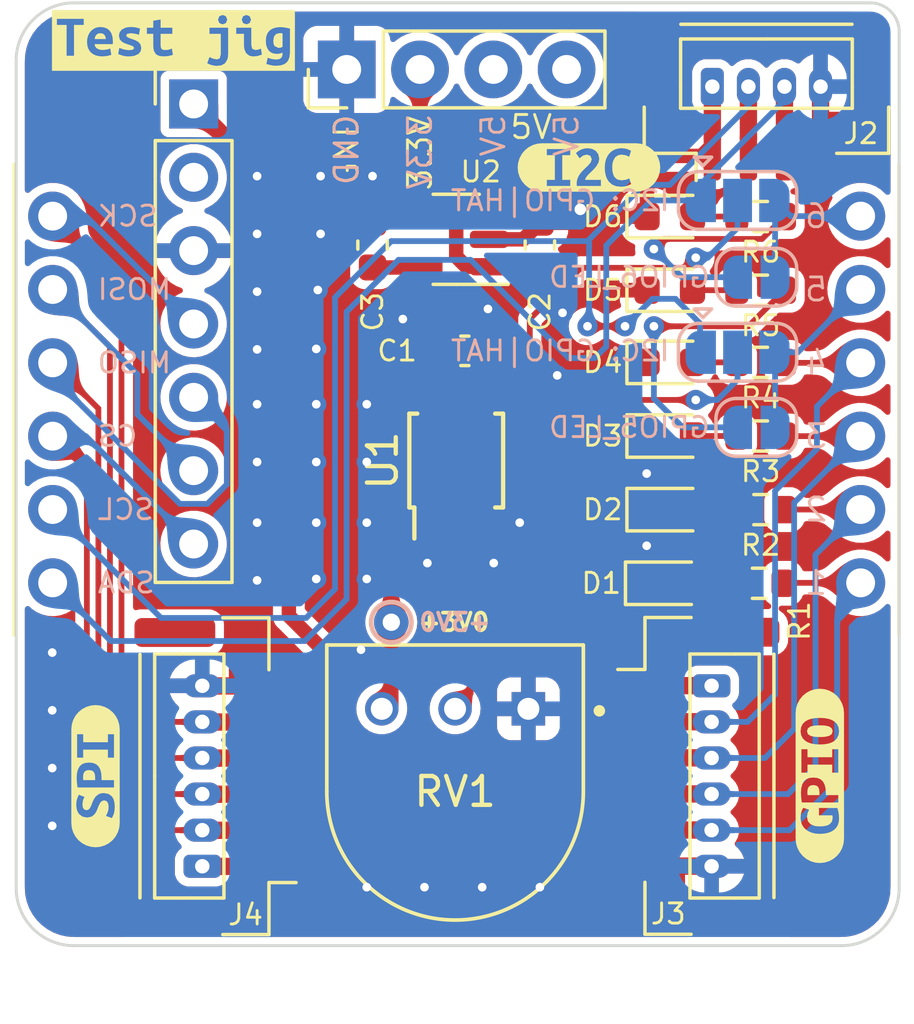
<source format=kicad_pcb>
(kicad_pcb (version 20211014) (generator pcbnew)
  (layers (0 "F.Cu" signal) (31 "B.Cu" signal) (34 "B.Paste" user) (35 "F.Paste" user) (36 "B.SilkS" user "B.Silkscreen") (37 "F.SilkS" user "F.Silkscreen") (38 "B.Mask" user) (39 "F.Mask" user) (44 "Edge.Cuts" user))
  (net 0 "")
  (net 1 "+3.3V")
  (net 2 "/AIN0")
  (net 3 "GND")
  (net 4 "/GPIO1")
  (net 5 "/LED1_A")
  (net 6 "/GPIO2")
  (net 7 "/LED2_A")
  (net 8 "/GPIO3")
  (net 9 "/LED3_A")
  (net 10 "/GPIO4")
  (net 11 "/LED4_A")
  (net 12 "/GPIO_SCL")
  (net 13 "/LED5_A")
  (net 14 "/GPIO_SDA")
  (net 15 "/LED6_A")
  (net 19 "/ADS_SDA")
  (net 20 "/ADS_SCL")
  (net 21 "/HAT_SDA")
  (net 22 "/GPIO6")
  (net 23 "/HAT_SCL")
  (net 24 "/GPIO5")
  (net 26 "SCK")
  (net 27 "MISO")
  (net 28 "MOSI")
  (net 29 "CS")
  (net 32 "+3V0")
  (footprint "Resistor_SMD:R_0603_1608Metric" (layer "F.Cu") (at 165.25 79 180)
    (fp_text reference "R6")
    (fp_text value "768R")
  )
  (footprint "Resistor_SMD:R_0603_1608Metric" (layer "F.Cu") (at 165.2 91.7 180)
    (fp_text reference "R1")
    (fp_text value "768R")
  )
  (footprint "kibuzzard-6366ECB1" (layer "F.Cu") (at 144.9 72.9)
    (fp_text reference "kibuzzard-6366ECB1" hide)
    (fp_text value "G***" hide)
  )
  (footprint "Resistor_SMD:R_0603_1608Metric" (layer "F.Cu") (at 165.25 84.05 180)
    (fp_text reference "R4")
    (fp_text value "768R")
  )
  (footprint "LED_SMD:LED_0603_1608Metric" (layer "F.Cu") (at 162.1 89.15)
    (fp_text reference "D2")
    (fp_text value "YELLOW")
  )
  (footprint "Resistor_SMD:R_0603_1608Metric" (layer "F.Cu") (at 165.25 81.55 180)
    (fp_text reference "R5")
    (fp_text value "768R")
  )
  (footprint "LED_SMD:LED_0603_1608Metric" (layer "F.Cu") (at 162.1 79)
    (fp_text reference "D6")
    (fp_text value "YELLOW")
  )
  (footprint "0_connectors:PicoBlade_JST-GH-1x06_1.25mm_Vertical" (layer "F.Cu") (at 164.9 98.37 -90)
    (fp_text reference "J3")
    (fp_text value "JST_Picoblade_GPIO")
  )
  (footprint "Resistor_SMD:R_0603_1608Metric" (layer "F.Cu") (at 165.25 86.6 180)
    (fp_text reference "R3")
    (fp_text value "768R")
  )
  (footprint "Capacitor_SMD:C_0603_1608Metric" (layer "F.Cu") (at 157.6 79.988236 90)
    (fp_text reference "C2")
    (fp_text value "1uF")
  )
  (footprint "Capacitor_SMD:C_0603_1608Metric" (layer "F.Cu") (at 155 83.65)
    (fp_text reference "C1")
    (fp_text value "0.1uF")
  )
  (footprint "Package_TO_SOT_SMD:SOT-23-5" (layer "F.Cu") (at 154.7 79.788235 180)
    (fp_text reference "U2")
    (fp_text value "TPS7A2030PDBVR")
  )
  (footprint "0_connectors:Hat_connector" (layer "F.Cu") (at 154.715 82.795)
    (fp_text reference "J5" hide)
    (fp_text value "Hat_connector")
  )
  (footprint "LED_SMD:LED_0603_1608Metric" (layer "F.Cu") (at 162.1 84.05)
    (fp_text reference "D4")
    (fp_text value "YELLOW")
  )
  (footprint "LED_SMD:LED_0603_1608Metric" (layer "F.Cu") (at 162.05 91.7)
    (fp_text reference "D1")
    (fp_text value "YELLOW")
  )
  (footprint "Connector_PinHeader_2.54mm:PinHeader_1x07_P2.54mm_Vertical" (layer "F.Cu") (at 145.6 75.1)
    (fp_text reference "J1" hide)
    (fp_text value "Conn_01x07")
  )
  (footprint "kibuzzard-6366EC37" (layer "F.Cu") (at 159.3 77.3)
    (fp_text reference "kibuzzard-6366EC37" hide)
    (fp_text value "G***" hide)
  )
  (footprint "0_connectors:PicoBlade-JST-GH-1x04_1.25mm_Vertical" (layer "F.Cu") (at 163.575 74.5)
    (fp_text reference "J2")
    (fp_text value "JST_Picoblade_I2C")
  )
  (footprint "LED_SMD:LED_0603_1608Metric" (layer "F.Cu") (at 162.1 81.55)
    (fp_text reference "D5")
    (fp_text value "YELLOW")
  )
  (footprint "LED_SMD:LED_0603_1608Metric" (layer "F.Cu") (at 162.1 86.6)
    (fp_text reference "D3")
    (fp_text value "YELLOW")
  )
  (footprint "Capacitor_SMD:C_0603_1608Metric" (layer "F.Cu") (at 151.8 79.988236 90)
    (fp_text reference "C3")
    (fp_text value "1uF")
  )
  (footprint "Package_SO:TSSOP-10_3x3mm_P0.5mm" (layer "F.Cu") (at 154.7 87.45 90)
    (fp_text reference "U1")
    (fp_text value "ADS1113IDGS")
  )
  (footprint "fp:TRIM_3352T-1-201LF" (layer "F.Cu") (at 154.66 98.9175 180)
    (fp_text reference "RV1")
    (fp_text value "3352T-1-201LF")
  )
  (footprint "Resistor_SMD:R_0603_1608Metric" (layer "F.Cu") (at 165.25 89.15 180)
    (fp_text reference "R2")
    (fp_text value "768R")
  )
  (footprint "kibuzzard-6366EC6B" (layer "F.Cu") (at 142.2 98.38 90)
    (fp_text reference "kibuzzard-6366EC6B" hide)
    (fp_text value "G***" hide)
  )
  (footprint "kibuzzard-6366EC83" (layer "F.Cu") (at 167.3 98.37 90)
    (fp_text reference "kibuzzard-6366EC83" hide)
    (fp_text value "G***" hide)
  )
  (footprint "0_connectors:PicoBlade_JST-GH-1x06_1.25mm_Vertical" (layer "F.Cu") (at 144.55 98.38 90)
    (fp_text reference "J4")
    (fp_text value "JST_Picoblade_SPI")
  )
  (footprint "0_various:TestPoint" (layer "F.Cu") (at 152.45 93.05)
    (fp_text reference "TP1" hide)
    (fp_text value "+3V0" hide)
  )
  (footprint "Jumper:SolderJumper-2_P1.3mm_Open_RoundedPad1.0x1.5mm" (layer "B.Cu") (at 165.1 81.1)
    (fp_text reference "JP4" hide)
    (fp_text value "JP_SDA2")
  )
  (footprint "Jumper:SolderJumper-2_P1.3mm_Open_RoundedPad1.0x1.5mm" (layer "B.Cu") (at 165.100001 86.3)
    (fp_text reference "JP3" hide)
    (fp_text value "JP_SCL2")
  )
  (footprint "Jumper:SolderJumper-3_P1.3mm_Open_RoundedPad1.0x1.5mm" (layer "B.Cu") (at 164.450001 78.4425)
    (fp_text reference "JP1" hide)
    (fp_text value "JP_SDA")
  )
  (footprint "Jumper:SolderJumper-3_P1.3mm_Open_RoundedPad1.0x1.5mm" (layer "B.Cu") (at 164.450001 83.7)
    (fp_text reference "JP2" hide)
    (fp_text value "JP_SCL")
  )
  (gr_line (start 139.45 102.25) (end 139.45 73.6) (layer "Edge.Cuts") (width 0.1))
  (gr_line (start 141.45 71.6) (end 169.05 71.6) (layer "Edge.Cuts") (width 0.1))
  (gr_arc (start 139.45 73.6) (mid 140.035787 72.185786) (end 141.45 71.6) (layer "Edge.Cuts") (width 0.1))
  (gr_line (start 170.05 72.6) (end 170.05 102.25) (layer "Edge.Cuts") (width 0.1))
  (gr_arc (start 169.05 71.6) (mid 169.757107 71.892893) (end 170.05 72.6) (layer "Edge.Cuts") (width 0.1))
  (gr_line (start 168.05 104.25) (end 141.45 104.25) (layer "Edge.Cuts") (width 0.1))
  (gr_arc (start 170.05 102.25) (mid 169.464213 103.664214) (end 168.05 104.25) (layer "Edge.Cuts") (width 0.1))
  (gr_arc (start 141.45 104.25) (mid 140.035787 103.664213) (end 139.45 102.25) (layer "Edge.Cuts") (width 0.1))
  (gr_text "GPIO5_LED" (at 163.55 86.3) (layer "B.SilkS") (effects (font (size 0.7 0.7) (thickness 0.1)) (justify left mirror)))
  (gr_text "I2C: GPIO|HAT" (at 162.15 83.65) (layer "B.SilkS") (effects (font (size 0.7 0.7) (thickness 0.1)) (justify left mirror)))
  (gr_text "I2C: GPIO|HAT" (at 162.15 78.45) (layer "B.SilkS") (effects (font (size 0.7 0.7) (thickness 0.1)) (justify left mirror)))
  (gr_text "GPIO6_LED" (at 163.55 81.1) (layer "B.SilkS") (effects (font (size 0.7 0.7) (thickness 0.1)) (justify left mirror)))
  (segment (start 148.9 92.8275) (end 148.9 77) (width 0.5) (layer "F.Cu") (net 1))
  (segment (start 150.925 100.725) (end 150.475 100.725) (width 0.5) (layer "F.Cu") (net 1))
  (segment (start 155.8625 80.763236) (end 155.8375 80.738236) (width 0.5) (layer "F.Cu") (net 1))
  (segment (start 152.564213 76.2) (end 153.057107 75.707107) (width 0.5) (layer "F.Cu") (net 1))
  (segment (start 149.1 76.2) (end 148.5 76.2) (width 0.5) (layer "F.Cu") (net 1))
  (segment (start 155.8375 78.838236) (end 155.073528 78.838236) (width 0.5) (layer "F.Cu") (net 1))
  (segment (start 148.5 76.2) (end 146.7 76.2) (width 0.5) (layer "F.Cu") (net 1))
  (segment (start 146.7 76.2) (end 145.6 75.1) (width 0.5) (layer "F.Cu") (net 1))
  (segment (start 150.145 94.0725) (end 150.145 100.395) (width 0.5) (layer "F.Cu") (net 1))
  (segment (start 163.2 76.9) (end 163.6 76.5) (width 0.5) (layer "F.Cu") (net 1))
  (segment (start 153.057107 75.707107) (end 153.445 75.319213) (width 0.5) (layer "F.Cu") (net 1))
  (segment (start 152.12 99.53) (end 150.925 100.725) (width 0.5) (layer "F.Cu") (net 1))
  (segment (start 153.445 75.319213) (end 153.445 73.905) (width 0.5) (layer "F.Cu") (net 1))
  (segment (start 153.687894 75.562106) (end 155.025787 76.9) (width 0.5) (layer "F.Cu") (net 1))
  (segment (start 157.52 99.53) (end 158.9 98.15) (width 0.5) (layer "F.Cu") (net 1))
  (segment (start 148.9 77) (end 148.9 76.6) (width 0.5) (layer "F.Cu") (net 1))
  (segment (start 155.073528 78.838236) (end 154.7 79.211764) (width 0.5) (layer "F.Cu") (net 1))
  (segment (start 148.9 92.8275) (end 150.145 94.0725) (width 0.5) (layer "F.Cu") (net 1))
  (segment (start 154.7 79.211764) (end 154.699999 80.388236) (width 0.5) (layer "F.Cu") (net 1))
  (segment (start 149.3 76.2) (end 149.1 76.2) (width 0.5) (layer "F.Cu") (net 1))
  (segment (start 148.9 76.6) (end 149.3 76.2) (width 0.5) (layer "F.Cu") (net 1))
  (segment (start 155.05 80.738236) (end 155.8375 80.738236) (width 0.5) (layer "F.Cu") (net 1))
  (segment (start 157.6 80.763236) (end 155.8625 80.763236) (width 0.5) (layer "F.Cu") (net 1))
  (segment (start 163.2 76.9) (end 163.6 77.3) (width 0.5) (layer "F.Cu") (net 1))
  (segment (start 150.475 100.725) (end 150.145 100.395) (width 0.5) (layer "F.Cu") (net 1))
  (segment (start 158.9 96) (end 159.655 95.245) (width 0.5) (layer "F.Cu") (net 1))
  (segment (start 152.57 99.53) (end 152.47 99.53) (width 0.5) (layer "F.Cu") (net 1))
  (segment (start 152.2 76.2) (end 149.3 76.2) (width 0.5) (layer "F.Cu") (net 1))
  (segment (start 152.12 99.53) (end 152.57 99.53) (width 0.5) (layer "F.Cu") (net 1))
  (segment (start 153.202108 75.562106) (end 153.687894 75.562106) (width 0.5) (layer "F.Cu") (net 1))
  (segment (start 163.2 76.9) (end 163.575 76.9) (width 0.5) (layer "F.Cu") (net 1))
  (segment (start 156.2 76.9) (end 163.2 76.9) (width 0.5) (layer "F.Cu") (net 1))
  (segment (start 155.025787 76.9) (end 156.2 76.9) (width 0.5) (layer "F.Cu") (net 1))
  (segment (start 154.699999 80.388236) (end 155.05 80.738236) (width 0.5) (layer "F.Cu") (net 1))
  (segment (start 155.8375 77.2625) (end 156.2 76.9) (width 0.5) (layer "F.Cu") (net 1))
  (segment (start 150.145 101.505) (end 149.655 101.505) (width 0.5) (layer "F.Cu") (net 1))
  (segment (start 148.9 77) (end 148.9 76.4) (width 0.5) (layer "F.Cu") (net 1))
  (segment (start 153.057107 75.707107) (end 153.202108 75.562106) (width 0.5) (layer "F.Cu") (net 1))
  (segment (start 150.145 100.395) (end 150.145 101.155) (width 0.5) (layer "F.Cu") (net 1))
  (segment (start 148.9 76.4) (end 149.1 76.2) (width 0.5) (layer "F.Cu") (net 1))
  (segment (start 149.655 101.505) (end 149.795 101.505) (width 0.5) (layer "F.Cu") (net 1))
  (segment (start 148.9 76.6) (end 148.5 76.2) (width 0.5) (layer "F.Cu") (net 1))
  (segment (start 158.9 98.15) (end 158.9 96) (width 0.5) (layer "F.Cu") (net 1))
  (segment (start 155.8375 77.711713) (end 155.025787 76.9) (width 0.5) (layer "F.Cu") (net 1))
  (segment (start 150.145 101.155) (end 150.145 101.505) (width 0.5) (layer "F.Cu") (net 1))
  (segment (start 152.57 99.53) (end 157.52 99.53) (width 0.5) (layer "F.Cu") (net 1))
  (segment (start 150.925 100.725) (end 150.145 101.505) (width 0.5) (layer "F.Cu") (net 1))
  (segment (start 155.8375 77.711713) (end 155.8375 77.2625) (width 0.5) (layer "F.Cu") (net 1))
  (segment (start 159.655 95.245) (end 161.15 95.245) (width 0.5) (layer "F.Cu") (net 1))
  (segment (start 153.445 75.319213) (end 153.687894 75.562106) (width 0.5) (layer "F.Cu") (net 1))
  (segment (start 152.564213 76.2) (end 152.2 76.2) (width 0.5) (layer "F.Cu") (net 1))
  (segment (start 149.795 101.505) (end 150.145 101.155) (width 0.5) (layer "F.Cu") (net 1))
  (segment (start 149.655 101.505) (end 148.3 101.505) (width 0.5) (layer "F.Cu") (net 1))
  (segment (start 155.8375 78.838235) (end 155.8375 77.711713) (width 0.5) (layer "F.Cu") (net 1))
  (segment (start 155.2 95.5075) (end 154.66 96.0475) (width 0.2) (layer "F.Cu") (net 2))
  (segment (start 155.2 89.6) (end 155.2 95.5075) (width 0.2) (layer "F.Cu") (net 2))
  (segment (start 154.4 88.6) (end 153.925 88.6) (width 0.2) (layer "F.Cu") (net 3))
  (segment (start 153.7 88.825) (end 153.7 89.6) (width 0.2) (layer "F.Cu") (net 3))
  (segment (start 155.475 88.6) (end 155.7 88.825) (width 0.2) (layer "F.Cu") (net 3))
  (segment (start 155.7 90.7) (end 156 91) (width 0.2) (layer "F.Cu") (net 3))
  (segment (start 153.925 88.6) (end 153.7 88.825) (width 0.2) (layer "F.Cu") (net 3))
  (segment (start 155.7 89.6) (end 155.7 90.7) (width 0.2) (layer "F.Cu") (net 3))
  (segment (start 155.8375 79.788235) (end 157.025001 79.788235) (width 0.5) (layer "F.Cu") (net 3))
  (segment (start 154.7 90.7) (end 154.7 89.6) (width 0.2) (layer "F.Cu") (net 3))
  (segment (start 154.4 91) (end 154.7 90.7) (width 0.2) (layer "F.Cu") (net 3))
  (segment (start 154.7 88.9) (end 154.4 88.6) (width 0.2) (layer "F.Cu") (net 3))
  (segment (start 154.7 89.6) (end 154.7 88.9) (width 0.2) (layer "F.Cu") (net 3))
  (segment (start 154.7 89.6) (end 154.7 88.8) (width 0.2) (layer "F.Cu") (net 3))
  (segment (start 153.7 91) (end 154.4 91) (width 0.2) (layer "F.Cu") (net 3))
  (segment (start 155.7 88.825) (end 155.7 89.6) (width 0.2) (layer "F.Cu") (net 3))
  (segment (start 157.025001 79.788235) (end 157.6 79.213236) (width 0.5) (layer "F.Cu") (net 3))
  (segment (start 154.9 88.6) (end 155.475 88.6) (width 0.2) (layer "F.Cu") (net 3))
  (segment (start 157.6 79.213236) (end 158.536764 79.213236) (width 0.5) (layer "F.Cu") (net 3))
  (segment (start 158.536764 79.213236) (end 159 78.75) (width 0.5) (layer "F.Cu") (net 3))
  (segment (start 154.7 88.8) (end 154.9 88.6) (width 0.2) (layer "F.Cu") (net 3))
  (segment (start 153.7 89.6) (end 153.7 91) (width 0.2) (layer "F.Cu") (net 3))
  (via (at 155.8 82.2) (size 0.7) (drill 0.3) (layers "F.Cu" "B.Cu") (net 3))
  (via (at 151.6 89.6) (size 0.7) (drill 0.3) (layers "F.Cu" "B.Cu") (net 3))
  (via (at 147.8 79.6) (size 0.7) (drill 0.3) (layers "F.Cu" "B.Cu") (net 3))
  (via (at 149.8505 85.5) (size 0.7) (drill 0.3) (layers "F.Cu" "B.Cu") (net 3))
  (via (at 151.6 91.55) (size 0.7) (drill 0.3) (layers "F.Cu" "B.Cu") (net 3))
  (via (at 140.7 94.1) (size 0.7) (drill 0.3) (layers "F.Cu" "B.Cu") (net 3))
  (via (at 147.8 81.6) (size 0.7) (drill 0.3) (layers "F.Cu" "B.Cu") (net 3))
  (via (at 147.8 89.6) (size 0.7) (drill 0.3) (layers "F.Cu" "B.Cu") (net 3))
  (via (at 150 77.6) (size 0.7) (drill 0.3) (layers "F.Cu" "B.Cu") (net 3))
  (via (at 151.8 77.6) (size 0.7) (drill 0.3) (layers "F.Cu" "B.Cu") (net 3))
  (via (at 140.7 98.1) (size 0.7) (drill 0.3) (layers "F.Cu" "B.Cu") (net 3))
  (via (at 149.8505 87.5) (size 0.7) (drill 0.3) (layers "F.Cu" "B.Cu") (net 3))
  (via (at 156.9 89.6) (size 0.7) (drill 0.3) (layers "F.Cu" "B.Cu") (net 3))
  (via (at 151.6 87.5) (size 0.7) (drill 0.3) (layers "F.Cu" "B.Cu") (net 3))
  (via (at 149.85 91.55) (size 0.7) (drill 0.3) (layers "F.Cu" "B.Cu") (net 3))
  (via (at 161.3 90.4) (size 0.7) (drill 0.3) (layers "F.Cu" "B.Cu") (net 3))
  (via (at 150 79.6) (size 0.7) (drill 0.3) (layers "F.Cu" "B.Cu") (net 3))
  (via (at 149.8505 83.583626) (size 0.7) (drill 0.3) (layers "F.Cu" "B.Cu") (net 3))
  (via (at 147.8 91.6) (size 0.7) (drill 0.3) (layers "F.Cu" "B.Cu") (net 3))
  (via (at 159 78.75) (size 0.8) (drill 0.4) (layers "F.Cu" "B.Cu") (net 3))
  (via (at 147.8 77.6) (size 0.7) (drill 0.3) (layers "F.Cu" "B.Cu") (net 3))
  (via (at 152.85 82.55) (size 0.7) (drill 0.3) (layers "F.Cu" "B.Cu") (net 3))
  (via (at 140.7 96.1) (size 0.7) (drill 0.3) (layers "F.Cu" "B.Cu") (net 3))
  (via (at 147.8 85.5) (size 0.7) (drill 0.3) (layers "F.Cu" "B.Cu") (net 3))
  (via (at 147.8 83.6) (size 0.7) (drill 0.3) (layers "F.Cu" "B.Cu") (net 3))
  (via (at 140.7 100.1) (size 0.7) (drill 0.3) (layers "F.Cu" "B.Cu") (net 3))
  (via (at 157.6 102.225) (size 0.7) (drill 0.3) (layers "F.Cu" "B.Cu") (net 3))
  (via (at 151.6 102.225) (size 0.7) (drill 0.3) (layers "F.Cu" "B.Cu") (net 3))
  (via (at 149.903462 81.543107) (size 0.7) (drill 0.3) (layers "F.Cu" "B.Cu") (net 3))
  (via (at 158.384266 82.334266) (size 0.7) (drill 0.3) (layers "F.Cu" "B.Cu") (net 3))
  (via (at 158.2 84.5) (size 0.7) (drill 0.3) (layers "F.Cu" "B.Cu") (net 3))
  (via (at 153.7 91) (size 0.7) (drill 0.3) (layers "F.Cu" "B.Cu") (net 3))
  (via (at 153.600001 102.225) (size 0.7) (drill 0.3) (layers "F.Cu" "B.Cu") (net 3))
  (via (at 155.6 102.225) (size 0.7) (drill 0.3) (layers "F.Cu" "B.Cu") (net 3))
  (via (at 151.6 85.5) (size 0.7) (drill 0.3) (layers "F.Cu" "B.Cu") (net 3))
  (via (at 151.4 94) (size 0.7) (drill 0.3) (layers "F.Cu" "B.Cu") (net 3))
  (via (at 149.8505 89.6) (size 0.7) (drill 0.3) (layers "F.Cu" "B.Cu") (net 3))
  (via (at 147.8 87.5) (size 0.7) (drill 0.3) (layers "F.Cu" "B.Cu") (net 3))
  (via (at 161.3 87.9) (size 0.7) (drill 0.3) (layers "F.Cu" "B.Cu") (net 3))
  (via (at 156 91) (size 0.7) (drill 0.3) (layers "F.Cu" "B.Cu") (net 3))
  (segment (start 168.715 91.685) (end 166.04 91.685) (width 0.2) (layer "F.Cu") (net 4))
  (segment (start 166.04 91.685) (end 166.025 91.7) (width 0.2) (layer "F.Cu") (net 4))
  (segment (start 167.9 98.6) (end 166.25 100.25) (width 0.2) (layer "B.Cu") (net 4))
  (segment (start 168.715 91.685) (end 168.715 92.185) (width 0.2) (layer "B.Cu") (net 4))
  (segment (start 168.715 92.185) (end 167.9 93) (width 0.2) (layer "B.Cu") (net 4))
  (segment (start 166.25 100.25) (end 163.55 100.25) (width 0.2) (layer "B.Cu") (net 4))
  (segment (start 167.9 93) (end 167.9 98.6) (width 0.2) (layer "B.Cu") (net 4))
  (segment (start 164.375 91.7) (end 162.8375 91.7) (width 0.2) (layer "F.Cu") (net 5))
  (segment (start 166.08 89.145) (end 166.075 89.15) (width 0.2) (layer "F.Cu") (net 6))
  (segment (start 168.715 89.145) (end 166.08 89.145) (width 0.2) (layer "F.Cu") (net 6))
  (segment (start 167.15 98.05) (end 167.15 90.71) (width 0.2) (layer "B.Cu") (net 6))
  (segment (start 166.2 99) (end 167.15 98.05) (width 0.2) (layer "B.Cu") (net 6))
  (segment (start 163.55 99) (end 166.2 99) (width 0.2) (layer "B.Cu") (net 6))
  (segment (start 167.15 90.71) (end 168.715 89.145) (width 0.2) (layer "B.Cu") (net 6))
  (segment (start 164.425 89.15) (end 162.8875 89.15) (width 0.2) (layer "F.Cu") (net 7))
  (segment (start 168.715 86.605) (end 166.08 86.605) (width 0.2) (layer "F.Cu") (net 8))
  (segment (start 166.08 86.605) (end 166.075 86.6) (width 0.2) (layer "F.Cu") (net 8))
  (segment (start 165.4 97.75) (end 166.41 96.74) (width 0.2) (layer "B.Cu") (net 8))
  (segment (start 163.55 97.75) (end 165.4 97.75) (width 0.2) (layer "B.Cu") (net 8))
  (segment (start 166.41 96.74) (end 166.41 88.91) (width 0.2) (layer "B.Cu") (net 8))
  (segment (start 166.41 88.91) (end 168.715 86.605) (width 0.2) (layer "B.Cu") (net 8))
  (segment (start 164.425 86.6) (end 162.8875 86.6) (width 0.2) (layer "F.Cu") (net 9))
  (segment (start 166.09 84.065) (end 166.075 84.05) (width 0.2) (layer "F.Cu") (net 10))
  (segment (start 168.715 84.065) (end 166.09 84.065) (width 0.2) (layer "F.Cu") (net 10))
  (segment (start 167.2 87.05) (end 167.2 85.58) (width 0.2) (layer "B.Cu") (net 10))
  (segment (start 167.2 85.58) (end 168.715 84.065) (width 0.2) (layer "B.Cu") (net 10))
  (segment (start 163.55 96.5) (end 164.8 96.5) (width 0.2) (layer "B.Cu") (net 10))
  (segment (start 164.8 96.5) (end 165.75 95.55) (width 0.2) (layer "B.Cu") (net 10))
  (segment (start 165.75 95.55) (end 165.75 88.5) (width 0.2) (layer "B.Cu") (net 10))
  (segment (start 165.75 88.5) (end 167.2 87.05) (width 0.2) (layer "B.Cu") (net 10))
  (segment (start 164.425 84.05) (end 162.8875 84.05) (width 0.2) (layer "F.Cu") (net 11))
  (segment (start 164.825 82.8) (end 166.075 81.55) (width 0.2) (layer "F.Cu") (net 12))
  (segment (start 161.55 82.8) (end 164.825 82.8) (width 0.2) (layer "F.Cu") (net 12))
  (via (at 161.55 82.8) (size 0.7) (drill 0.3) (layers "F.Cu" "B.Cu") (net 12))
  (segment (start 161.55 85.3) (end 161.55 82.8) (width 0.2) (layer "B.Cu") (net 12))
  (segment (start 162.05 85.8) (end 161.55 85.3) (width 0.2) (layer "B.Cu") (net 12))
  (segment (start 164.450001 86.3) (end 162.55 86.3) (width 0.2) (layer "B.Cu") (net 12))
  (segment (start 162.55 86.3) (end 162.05 85.8) (width 0.2) (layer "B.Cu") (net 12))
  (segment (start 164.425 81.55) (end 162.8875 81.55) (width 0.2) (layer "F.Cu") (net 13))
  (segment (start 161.9005 79.775) (end 161.55 80.1255) (width 0.2) (layer "F.Cu") (net 14))
  (segment (start 165.3 79.775) (end 161.9005 79.775) (width 0.2) (layer "F.Cu") (net 14))
  (segment (start 166.075 79) (end 165.3 79.775) (width 0.2) (layer "F.Cu") (net 14))
  (via (at 161.55 80.1255) (size 0.7) (drill 0.3) (layers "F.Cu" "B.Cu") (net 14))
  (segment (start 164.45 81.1) (end 162.5245 81.1) (width 0.2) (layer "B.Cu") (net 14))
  (segment (start 162.5245 81.1) (end 161.55 80.1255) (width 0.2) (layer "B.Cu") (net 14))
  (segment (start 164.425 79) (end 162.8875 79) (width 0.2) (layer "F.Cu") (net 15))
  (segment (start 154.725 86.6) (end 154.2 86.075) (width 0.2) (layer "F.Cu") (net 19))
  (segment (start 162.6495 80.775) (end 159.025 80.775) (width 0.2) (layer "F.Cu") (net 19))
  (segment (start 156.65 86.6) (end 154.725 86.6) (width 0.2) (layer "F.Cu") (net 19))
  (segment (start 163 80.4245) (end 162.6495 80.775) (width 0.2) (layer "F.Cu") (net 19))
  (segment (start 157.25 82.55) (end 159.025 80.775) (width 0.2) (layer "F.Cu") (net 19))
  (segment (start 157.25 86) (end 156.65 86.6) (width 0.2) (layer "F.Cu") (net 19))
  (segment (start 154.2 86.075) (end 154.2 85.3) (width 0.2) (layer "F.Cu") (net 19))
  (segment (start 157.25 82.55) (end 157.25 86) (width 0.2) (layer "F.Cu") (net 19))
  (via (at 163 80.4245) (size 0.7) (drill 0.3) (layers "F.Cu" "B.Cu") (net 19))
  (segment (start 164.450001 78.4425) (end 164.450001 79.3925) (width 0.2) (layer "B.Cu") (net 19))
  (segment (start 163.418001 80.4245) (end 163 80.4245) (width 0.2) (layer "B.Cu") (net 19))
  (segment (start 164.450001 79.3925) (end 163.418001 80.4245) (width 0.2) (layer "B.Cu") (net 19))
  (segment (start 156.85 87.2) (end 154.45 87.2) (width 0.2) (layer "F.Cu") (net 20))
  (segment (start 153.7 86.45) (end 153.7 85.3) (width 0.2) (layer "F.Cu") (net 20))
  (segment (start 158.7 85.35) (end 156.85 87.2) (width 0.2) (layer "F.Cu") (net 20))
  (segment (start 154.45 87.2) (end 153.7 86.45) (width 0.2) (layer "F.Cu") (net 20))
  (segment (start 163 85.35) (end 158.7 85.35) (width 0.2) (layer "F.Cu") (net 20))
  (via (at 163 85.35) (size 0.7) (drill 0.3) (layers "F.Cu" "B.Cu") (net 20))
  (segment (start 164.450001 83.7) (end 164.450001 84.65) (width 0.2) (layer "B.Cu") (net 20))
  (segment (start 164.450001 84.65) (end 163.750001 85.35) (width 0.2) (layer "B.Cu") (net 20))
  (segment (start 163.750001 85.35) (end 163 85.35) (width 0.2) (layer "B.Cu") (net 20))
  (segment (start 161.4575 78.4425) (end 159.8995 80.0005) (width 0.2) (layer "B.Cu") (net 21))
  (segment (start 159.8995 80.0005) (end 159.8995 83.5005) (width 0.2) (layer "B.Cu") (net 21))
  (segment (start 140.715 91.685) (end 142.73 93.7) (width 0.2) (layer "B.Cu") (net 21))
  (segment (start 163.150001 78.4425) (end 163.150001 77.899999) (width 0.2) (layer "B.Cu") (net 21))
  (segment (start 159.5 83.9) (end 158.6 83.9) (width 0.2) (layer "B.Cu") (net 21))
  (segment (start 159.8995 83.5005) (end 159.5 83.9) (width 0.2) (layer "B.Cu") (net 21))
  (segment (start 155.2 80.5) (end 152.7 80.5) (width 0.2) (layer "B.Cu") (net 21))
  (segment (start 163.150001 77.899999) (end 166.075 74.975) (width 0.2) (layer "B.Cu") (net 21))
  (segment (start 158.6 83.9) (end 155.2 80.5) (width 0.2) (layer "B.Cu") (net 21))
  (segment (start 149.45 93.7) (end 150.9 92.25) (width 0.2) (layer "B.Cu") (net 21))
  (segment (start 142.73 93.7) (end 149.45 93.7) (width 0.2) (layer "B.Cu") (net 21))
  (segment (start 150.9 82.3) (end 150.9 92.25) (width 0.2) (layer "B.Cu") (net 21))
  (segment (start 163.150001 78.4425) (end 161.4575 78.4425) (width 0.2) (layer "B.Cu") (net 21))
  (segment (start 166.075 74.975) (end 166.075 74.5) (width 0.2) (layer "B.Cu") (net 21))
  (segment (start 152.7 80.5) (end 150.9 82.3) (width 0.2) (layer "B.Cu") (net 21))
  (segment (start 166.292501 78.985) (end 165.750001 78.4425) (width 0.2) (layer "B.Cu") (net 22))
  (segment (start 168.715 78.985) (end 166.292501 78.985) (width 0.2) (layer "B.Cu") (net 22))
  (segment (start 165.75 81.1) (end 165.750001 78.4425) (width 0.2) (layer "B.Cu") (net 22))
  (segment (start 160.55 82.8) (end 159.25 82.8) (width 0.2) (layer "F.Cu") (net 23))
  (via (at 160.55 82.8) (size 0.7) (drill 0.3) (layers "F.Cu" "B.Cu") (net 23))
  (via (at 159.25 82.8) (size 0.7) (drill 0.3) (layers "F.Cu" "B.Cu") (net 23))
  (segment (start 140.715 89.145) (end 144.47 92.9) (width 0.2) (layer "B.Cu") (net 23))
  (segment (start 164.825 75.175) (end 162.1 77.9) (width 0.2) (layer "B.Cu") (net 23))
  (segment (start 152.45 79.85) (end 159.25 79.85) (width 0.2) (layer "B.Cu") (net 23))
  (segment (start 150.5 81.8) (end 152.45 79.85) (width 0.2) (layer "B.Cu") (net 23))
  (segment (start 164.825 74.5) (end 164.825 75.175) (width 0.2) (layer "B.Cu") (net 23))
  (segment (start 150.5 91.9) (end 150.5 81.8) (width 0.2) (layer "B.Cu") (net 23))
  (segment (start 163.150001 82.700001) (end 162.3 81.85) (width 0.2) (layer "B.Cu") (net 23))
  (segment (start 159.25 79.85) (end 159.304696 79.904696) (width 0.2) (layer "B.Cu") (net 23))
  (segment (start 144.47 92.9) (end 149.5 92.9) (width 0.2) (layer "B.Cu") (net 23))
  (segment (start 163.150001 83.7) (end 163.150001 82.700001) (width 0.2) (layer "B.Cu") (net 23))
  (segment (start 149.5 92.9) (end 150.5 91.9) (width 0.2) (layer "B.Cu") (net 23))
  (segment (start 161.2 77.9) (end 159.25 79.85) (width 0.2) (layer "B.Cu") (net 23))
  (segment (start 162.1 77.9) (end 161.2 77.9) (width 0.2) (layer "B.Cu") (net 23))
  (segment (start 159.304696 79.904696) (end 159.304696 82.745304) (width 0.2) (layer "B.Cu") (net 23))
  (segment (start 162.3 81.85) (end 161.5 81.85) (width 0.2) (layer "B.Cu") (net 23))
  (segment (start 159.304696 82.745304) (end 159.25 82.8) (width 0.2) (layer "B.Cu") (net 23))
  (segment (start 161.5 81.85) (end 160.55 82.8) (width 0.2) (layer "B.Cu") (net 23))
  (segment (start 166.54 83.7) (end 165.750001 83.7) (width 0.2) (layer "B.Cu") (net 24))
  (segment (start 165.750001 86.3) (end 165.750001 83.7) (width 0.2) (layer "B.Cu") (net 24))
  (segment (start 168.715 81.525) (end 166.54 83.7) (width 0.2) (layer "B.Cu") (net 24))
  (segment (start 144.2 96.5) (end 143.1 95.4) (width 0.2) (layer "F.Cu") (net 26))
  (segment (start 143.1 95.4) (end 143.1 82.45) (width 0.2) (layer "F.Cu") (net 26))
  (segment (start 145.9 96.5) (end 144.2 96.5) (width 0.2) (layer "F.Cu") (net 26))
  (segment (start 142.19 81.54) (end 142.19 80.46) (width 0.2) (layer "F.Cu") (net 26))
  (segment (start 143.1 82.45) (end 142.19 81.54) (width 0.2) (layer "F.Cu") (net 26))
  (segment (start 142.19 80.46) (end 140.715 78.985) (width 0.2) (layer "F.Cu") (net 26))
  (segment (start 141.865 78.985) (end 140.715 78.985) (width 0.2) (layer "B.Cu") (net 26))
  (segment (start 145.6 82.72) (end 141.865 78.985) (width 0.2) (layer "B.Cu") (net 26))
  (segment (start 142.3 98.05) (end 142.3 85.65) (width 0.2) (layer "F.Cu") (net 27))
  (segment (start 143.25 99) (end 145.9 99) (width 0.2) (layer "F.Cu") (net 27))
  (segment (start 142.3 85.65) (end 140.715 84.065) (width 0.2) (layer "F.Cu") (net 27))
  (segment (start 143.25 99) (end 142.3 98.05) (width 0.2) (layer "F.Cu") (net 27))
  (segment (start 146.75 86.41) (end 145.6 85.26) (width 0.2) (layer "B.Cu") (net 27))
  (segment (start 140.715 84.541346) (end 145.123654 88.95) (width 0.2) (layer "B.Cu") (net 27))
  (segment (start 140.715 84.065) (end 140.715 84.541346) (width 0.2) (layer "B.Cu") (net 27))
  (segment (start 146.75 88.276346) (end 146.75 86.41) (width 0.2) (layer "B.Cu") (net 27))
  (segment (start 145.123654 88.95) (end 146.076346 88.95) (width 0.2) (layer "B.Cu") (net 27))
  (segment (start 146.076346 88.95) (end 146.75 88.276346) (width 0.2) (layer "B.Cu") (net 27))
  (segment (start 142.7 96.75) (end 142.7 83.51) (width 0.2) (layer "F.Cu") (net 28))
  (segment (start 143.7 97.75) (end 145.9 97.75) (width 0.2) (layer "F.Cu") (net 28))
  (segment (start 143.7 97.75) (end 142.7 96.75) (width 0.2) (layer "F.Cu") (net 28))
  (segment (start 142.7 83.51) (end 140.715 81.525) (width 0.2) (layer "F.Cu") (net 28))
  (segment (start 143.65 84.46) (end 140.715 81.525) (width 0.2) (layer "B.Cu") (net 28))
  (segment (start 145.6 87.8) (end 143.65 85.85) (width 0.2) (layer "B.Cu") (net 28))
  (segment (start 143.65 85.85) (end 143.65 84.46) (width 0.2) (layer "B.Cu") (net 28))
  (segment (start 143.25 100.25) (end 145.9 100.25) (width 0.2) (layer "F.Cu") (net 29))
  (segment (start 143.25 100.25) (end 141.9 98.9) (width 0.2) (layer "F.Cu") (net 29))
  (segment (start 141.9 98.9) (end 141.9 87.79) (width 0.2) (layer "F.Cu") (net 29))
  (segment (start 141.9 87.79) (end 140.715 86.605) (width 0.2) (layer "F.Cu") (net 29))
  (segment (start 145.6 90.34) (end 141.865 86.605) (width 0.2) (layer "B.Cu") (net 29))
  (segment (start 141.865 86.605) (end 140.715 86.605) (width 0.2) (layer "B.Cu") (net 29))
  (segment (start 152.45 93.05) (end 152.45 95.7175) (width 0.5) (layer "F.Cu") (net 32))
  (segment (start 154.225 83.65) (end 154.225 81.400735) (width 0.5) (layer "F.Cu") (net 32))
  (segment (start 154.225 81.400735) (end 153.5625 80.738235) (width 0.5) (layer "F.Cu") (net 32))
  (segment (start 151.8 80.763236) (end 153.5375 80.763236) (width 0.5) (layer "F.Cu") (net 32))
  (segment (start 152.45 84.975) (end 152.45 93.05) (width 0.5) (layer "F.Cu") (net 32))
  (segment (start 153.775 83.65) (end 152.45 84.975) (width 0.5) (layer "F.Cu") (net 32))
  (segment (start 154.7 84.125) (end 154.7 85.3) (width 0.2) (layer "F.Cu") (net 32))
  (segment (start 153.5375 80.763236) (end 153.5625 80.738236) (width 0.5) (layer "F.Cu") (net 32))
  (segment (start 154.225 83.65) (end 153.775 83.65) (width 0.5) (layer "F.Cu") (net 32))
  (segment (start 152.45 95.7175) (end 152.12 96.0475) (width 0.5) (layer "F.Cu") (net 32))
  (segment (start 154.225 83.65) (end 154.7 84.125) (width 0.2) (layer "F.Cu") (net 32))
  (zone (net 28) (net_name "MOSI") (layer "F.Cu") (priority 16962) (connect_pads yes (clearance 0)) (min_thickness 0.0254) (fill yes (thermal_gap 0.508) (thermal_bridge_width 0.508))
    (polygon (pts (xy 141.98072 82.649299) (xy 141.84662 82.49977) (xy 141.752622 82.362159) (xy 141.691004 82.232766) (xy 141.654048 82.107885) (xy 141.634035 81.983816) (xy 141.623244 81.856856) (xy 141.613957 81.723302) (xy 141.598454 81.579451) (xy 141.569016 81.421602) (xy 141.517924 81.246051) (xy 140.41448 81.22448) (xy 140.436051 82.327924) (xy 140.611602 82.379016) (xy 140.769451 82.408454) (xy 140.913302 82.423957) (xy 141.046856 82.433244) (xy 141.173816 82.444035) (xy 141.297885 82.464048) (xy 141.422766 82.501004) (xy 141.552159 82.562622) (xy 141.68977 82.65662) (xy 141.839299 82.79072)))
  )
  (zone (net 10) (net_name "/GPIO4") (layer "F.Cu") (priority 16962) (connect_pads yes (clearance 0)) (min_thickness 0.0254) (fill yes (thermal_gap 0.508) (thermal_bridge_width 0.508))
    (polygon (pts (xy 167.025 84.165) (xy 167.225555 84.17591) (xy 167.389327 84.206748) (xy 167.524393 84.254673) (xy 167.638829 84.316845) (xy 167.74071 84.390423) (xy 167.838115 84.472568) (xy 167.939119 84.560438) (xy 168.051799 84.651193) (xy 168.184232 84.741994) (xy 168.344494 84.83) (xy 169.14 84.065) (xy 168.344494 83.3) (xy 168.184232 83.388005) (xy 168.051799 83.478806) (xy 167.939119 83.569561) (xy 167.838115 83.657431) (xy 167.74071 83.739576) (xy 167.638829 83.813154) (xy 167.524393 83.875326) (xy 167.389327 83.923251) (xy 167.225555 83.954089) (xy 167.025 83.965)))
  )
  (zone (net 2) (net_name "/AIN0") (layer "F.Cu") (priority 16962) (connect_pads yes (clearance 0)) (min_thickness 0.0254) (fill yes (thermal_gap 0.508) (thermal_bridge_width 0.508))
    (polygon (pts (xy 155.1 95.111176) (xy 155.090651 95.209129) (xy 155.063959 95.28348) (xy 155.021954 95.338155) (xy 154.966665 95.377077) (xy 154.900123 95.404173) (xy 154.824357 95.423366) (xy 154.741397 95.438583) (xy 154.653275 95.453748) (xy 154.562018 95.472786) (xy 154.469659 95.499623) (xy 154.45494 96.25256) (xy 155.24 96.0475) (xy 155.24168 95.933727) (xy 155.24624 95.836782) (xy 155.252959 95.752033) (xy 155.26112 95.674848) (xy 155.27 95.600595) (xy 155.27888 95.524641) (xy 155.28704 95.442354) (xy 155.29376 95.349102) (xy 155.29832 95.240253) (xy 155.3 95.111176)))
  )
  (zone (net 8) (net_name "/GPIO3") (layer "F.Cu") (priority 16962) (connect_pads yes (clearance 0)) (min_thickness 0.0254) (fill yes (thermal_gap 0.508) (thermal_bridge_width 0.508))
    (polygon (pts (xy 167.025 86.705) (xy 167.225555 86.71591) (xy 167.389327 86.746748) (xy 167.524393 86.794673) (xy 167.638829 86.856845) (xy 167.74071 86.930423) (xy 167.838115 87.012568) (xy 167.939119 87.100438) (xy 168.051799 87.191193) (xy 168.184232 87.281994) (xy 168.344494 87.37) (xy 169.14 86.605) (xy 168.344494 85.84) (xy 168.184232 85.928005) (xy 168.051799 86.018806) (xy 167.939119 86.109561) (xy 167.838115 86.197431) (xy 167.74071 86.279576) (xy 167.638829 86.353154) (xy 167.524393 86.415326) (xy 167.389327 86.463251) (xy 167.225555 86.494089) (xy 167.025 86.505)))
  )
  (zone (net 26) (net_name "SCK") (layer "F.Cu") (priority 16962) (connect_pads yes (clearance 0)) (min_thickness 0.0254) (fill yes (thermal_gap 0.508) (thermal_bridge_width 0.508))
    (polygon (pts (xy 141.98072 80.109299) (xy 141.84662 79.95977) (xy 141.752622 79.822159) (xy 141.691004 79.692766) (xy 141.654048 79.567885) (xy 141.634035 79.443816) (xy 141.623244 79.316856) (xy 141.613957 79.183302) (xy 141.598454 79.039451) (xy 141.569016 78.881602) (xy 141.517924 78.706051) (xy 140.41448 78.68448) (xy 140.436051 79.787924) (xy 140.611602 79.839016) (xy 140.769451 79.868454) (xy 140.913302 79.883957) (xy 141.046856 79.893244) (xy 141.173816 79.904035) (xy 141.297885 79.924048) (xy 141.422766 79.961004) (xy 141.552159 80.022622) (xy 141.68977 80.11662) (xy 141.839299 80.25072)))
  )
  (zone (net 26) (net_name "SCK") (layer "F.Cu") (priority 16962) (connect_pads yes (clearance 0)) (min_thickness 0.0254) (fill yes (thermal_gap 0.508) (thermal_bridge_width 0.508))
    (polygon (pts (xy 145.11 96.6) (xy 145.201398 96.603871) (xy 145.277318 96.614921) (xy 145.341078 96.632302) (xy 145.395995 96.655165) (xy 145.445389 96.682663) (xy 145.492578 96.713948) (xy 145.540879 96.748172) (xy 145.593612 96.784487) (xy 145.654094 96.822045) (xy 145.725645 96.86) (xy 146.1 96.5) (xy 145.725645 96.14) (xy 145.654094 96.177954) (xy 145.593612 96.215512) (xy 145.540879 96.251827) (xy 145.492578 96.286051) (xy 145.445389 96.317336) (xy 145.395995 96.344834) (xy 145.341078 96.367697) (xy 145.277318 96.385078) (xy 145.201398 96.396128) (xy 145.11 96.4)))
  )
  (zone (net 29) (net_name "CS") (layer "F.Cu") (priority 16962) (connect_pads yes (clearance 0)) (min_thickness 0.0254) (fill yes (thermal_gap 0.508) (thermal_bridge_width 0.508))
    (polygon (pts (xy 142 87.814156) (xy 141.98782 87.639551) (xy 141.95476 87.496369) (xy 141.906039 87.377302) (xy 141.84688 87.275039) (xy 141.7825 87.182271) (xy 141.71812 87.091687) (xy 141.65896 86.995977) (xy 141.61024 86.887833) (xy 141.57718 86.759944) (xy 141.565 86.605) (xy 140.41448 86.30448) (xy 140.436051 87.407924) (xy 140.619067 87.4504) (xy 140.806762 87.46137) (xy 140.993495 87.452493) (xy 141.173628 87.435431) (xy 141.341521 87.421844) (xy 141.491535 87.423392) (xy 141.618029 87.451737) (xy 141.715364 87.518538) (xy 141.777901 87.635458) (xy 141.8 87.814156)))
  )
  (zone (net 20) (net_name "/ADS_SCL") (layer "F.Cu") (priority 16962) (connect_pads yes (clearance 0)) (min_thickness 0.0254) (fill yes (thermal_gap 0.508) (thermal_bridge_width 0.508))
    (polygon (pts (xy 162.31 85.45) (xy 162.38933 85.45309) (xy 162.455527 85.461944) (xy 162.511384 85.475934) (xy 162.559693 85.494433) (xy 162.603248 85.516814) (xy 162.64484 85.54245) (xy 162.687263 85.570713) (xy 162.733308 85.600977) (xy 162.785769 85.632615) (xy 162.847439 85.665) (xy 163.175 85.35) (xy 162.847439 85.035) (xy 162.785769 85.067384) (xy 162.733308 85.099022) (xy 162.687263 85.129286) (xy 162.64484 85.157549) (xy 162.603248 85.183185) (xy 162.559693 85.205566) (xy 162.511384 85.224065) (xy 162.455527 85.238055) (xy 162.38933 85.246909) (xy 162.31 85.25)))
  )
  (zone (net 4) (net_name "/GPIO1") (layer "F.Cu") (priority 16962) (connect_pads yes (clearance 0)) (min_thickness 0.0254) (fill yes (thermal_gap 0.508) (thermal_bridge_width 0.508))
    (polygon (pts (xy 167.025 91.785) (xy 167.225555 91.79591) (xy 167.389327 91.826748) (xy 167.524393 91.874673) (xy 167.638829 91.936845) (xy 167.74071 92.010423) (xy 167.838115 92.092568) (xy 167.939119 92.180438) (xy 168.051799 92.271193) (xy 168.184232 92.361994) (xy 168.344494 92.45) (xy 169.14 91.685) (xy 168.344494 90.92) (xy 168.184232 91.008005) (xy 168.051799 91.098806) (xy 167.939119 91.189561) (xy 167.838115 91.277431) (xy 167.74071 91.359576) (xy 167.638829 91.433154) (xy 167.524393 91.495326) (xy 167.389327 91.543251) (xy 167.225555 91.574089) (xy 167.025 91.585)))
  )
  (zone (net 14) (net_name "/GPIO_SDA") (layer "F.Cu") (priority 16962) (connect_pads yes (clearance 0)) (min_thickness 0.0254) (fill yes (thermal_gap 0.508) (thermal_bridge_width 0.508))
    (polygon (pts (xy 162.104818 79.675) (xy 162.027321 79.677814) (xy 161.962133 79.685452) (xy 161.906472 79.696707) (xy 161.857557 79.710376) (xy 161.812608 79.72525) (xy 161.768842 79.740124) (xy 161.723479 79.753792) (xy 161.673738 79.765048) (xy 161.616839 79.772686) (xy 161.55 79.7755) (xy 161.426257 80.249243) (xy 161.880615 80.240361) (xy 161.895805 80.18782) (xy 161.906584 80.135502) (xy 161.91521 80.084657) (xy 161.923938 80.036535) (xy 161.935025 79.992386) (xy 161.950727 79.953461) (xy 161.973301 79.921009) (xy 162.005003 79.896282) (xy 162.04809 79.880528) (xy 162.104818 79.875)))
  )
  (zone (net 1) (net_name "+3.3V") (layer "F.Cu") (priority 16962) (connect_pads yes (clearance 0)) (min_thickness 0.0254) (fill yes (thermal_gap 0.508) (thermal_bridge_width 0.508))
    (polygon (pts (xy 146.844365 75.95) (xy 146.689333 75.931657) (xy 146.582105 75.879765) (xy 146.513993 75.799024) (xy 146.476314 75.694138) (xy 146.460382 75.569807) (xy 146.45751 75.430733) (xy 146.459014 75.281619) (xy 146.456207 75.127166) (xy 146.440406 74.972076) (xy 146.402924 74.821051) (xy 145.29948 74.79948) (xy 145.6 75.95) (xy 145.756593 75.964) (xy 145.886049 76.002) (xy 145.995865 76.057999) (xy 146.093536 76.126) (xy 146.18656 76.2) (xy 146.282434 76.274) (xy 146.388655 76.342) (xy 146.512719 76.398) (xy 146.662123 76.436) (xy 146.844365 76.45)))
  )
  (zone (net 19) (net_name "/ADS_SDA") (layer "F.Cu") (priority 16962) (connect_pads yes (clearance 0)) (min_thickness 0.0254) (fill yes (thermal_gap 0.508) (thermal_bridge_width 0.508))
    (polygon (pts (xy 162.445182 80.875) (xy 162.522678 80.872186) (xy 162.587866 80.864548) (xy 162.643527 80.853291) (xy 162.692442 80.839624) (xy 162.737391 80.82475) (xy 162.781157 80.809876) (xy 162.82652 80.796208) (xy 162.876261 80.784952) (xy 162.93316 80.777314) (xy 163 80.7745) (xy 163.123743 80.300757) (xy 162.669385 80.309639) (xy 162.654194 80.362179) (xy 162.643415 80.414497) (xy 162.634789 80.465342) (xy 162.626061 80.513464) (xy 162.614974 80.557613) (xy 162.599272 80.596538) (xy 162.576698 80.62899) (xy 162.544996 80.653717) (xy 162.501909 80.669471) (xy 162.445182 80.675)))
  )
  (zone (net 27) (net_name "MISO") (layer "F.Cu") (priority 16962) (connect_pads yes (clearance 0)) (min_thickness 0.0254) (fill yes (thermal_gap 0.508) (thermal_bridge_width 0.508))
    (polygon (pts (xy 145.11 99.1) (xy 145.201398 99.103871) (xy 145.277318 99.114921) (xy 145.341078 99.132302) (xy 145.395995 99.155165) (xy 145.445389 99.182663) (xy 145.492578 99.213948) (xy 145.540879 99.248172) (xy 145.593612 99.284487) (xy 145.654094 99.322045) (xy 145.725645 99.36) (xy 146.1 99) (xy 145.725645 98.64) (xy 145.654094 98.677954) (xy 145.593612 98.715512) (xy 145.540879 98.751827) (xy 145.492578 98.786051) (xy 145.445389 98.817336) (xy 145.395995 98.844834) (xy 145.341078 98.867697) (xy 145.277318 98.885078) (xy 145.201398 98.896128) (xy 145.11 98.9)))
  )
  (zone (net 32) (net_name "+3V0") (layer "F.Cu") (priority 16962) (connect_pads yes (clearance 0)) (min_thickness 0.0254) (fill yes (thermal_gap 0.508) (thermal_bridge_width 0.508))
    (polygon (pts (xy 152.2 94.9875) (xy 152.196167 95.080332) (xy 152.184743 95.160173) (xy 152.165835 95.228793) (xy 152.139552 95.287959) (xy 152.106004 95.33944) (xy 152.065298 95.385003) (xy 152.017544 95.426416) (xy 151.96285 95.465448) (xy 151.901325 95.503867) (xy 151.833078 95.543441) (xy 151.955707 96.286472) (xy 152.7 96.0475) (xy 152.7 95.925975) (xy 152.7 95.82039) (xy 152.699999 95.726059) (xy 152.7 95.638301) (xy 152.7 95.552431) (xy 152.7 95.463767) (xy 152.7 95.367625) (xy 152.7 95.259322) (xy 152.7 95.134175) (xy 152.7 94.9875)))
  )
  (zone (net 28) (net_name "MOSI") (layer "F.Cu") (priority 16962) (connect_pads yes (clearance 0)) (min_thickness 0.0254) (fill yes (thermal_gap 0.508) (thermal_bridge_width 0.508))
    (polygon (pts (xy 145.11 97.85) (xy 145.201398 97.853871) (xy 145.277318 97.864921) (xy 145.341078 97.882302) (xy 145.395995 97.905165) (xy 145.445389 97.932663) (xy 145.492578 97.963948) (xy 145.540879 97.998172) (xy 145.593612 98.034487) (xy 145.654094 98.072045) (xy 145.725645 98.11) (xy 146.1 97.75) (xy 145.725645 97.39) (xy 145.654094 97.427954) (xy 145.593612 97.465512) (xy 145.540879 97.501827) (xy 145.492578 97.536051) (xy 145.445389 97.567336) (xy 145.395995 97.594834) (xy 145.341078 97.617697) (xy 145.277318 97.635078) (xy 145.201398 97.646128) (xy 145.11 97.65)))
  )
  (zone (net 32) (net_name "+3V0") (layer "F.Cu") (priority 16962) (connect_pads yes (clearance 0)) (min_thickness 0.0254) (fill yes (thermal_gap 0.508) (thermal_bridge_width 0.508))
    (polygon (pts (xy 152.7 94.24) (xy 152.703377 94.105611) (xy 152.713297 93.991497) (xy 152.729441 93.893516) (xy 152.751491 93.807527) (xy 152.77913 93.729389) (xy 152.812037 93.654961) (xy 152.849897 93.580102) (xy 152.892389 93.500672) (xy 152.939196 93.412529) (xy 152.99 93.311533) (xy 152.45 92.75) (xy 151.91 93.311533) (xy 151.960803 93.412529) (xy 152.00761 93.500672) (xy 152.050102 93.580102) (xy 152.087962 93.654961) (xy 152.120869 93.729389) (xy 152.148508 93.807527) (xy 152.170558 93.893516) (xy 152.186702 93.991497) (xy 152.196622 94.105611) (xy 152.2 94.24)))
  )
  (zone (net 12) (net_name "/GPIO_SCL") (layer "F.Cu") (priority 16962) (connect_pads yes (clearance 0)) (min_thickness 0.0254) (fill yes (thermal_gap 0.508) (thermal_bridge_width 0.508))
    (polygon (pts (xy 162.24 82.7) (xy 162.160669 82.696909) (xy 162.094472 82.688055) (xy 162.038615 82.674065) (xy 161.990306 82.655566) (xy 161.946751 82.633185) (xy 161.905159 82.607549) (xy 161.862736 82.579286) (xy 161.816691 82.549022) (xy 161.76423 82.517384) (xy 161.702561 82.485) (xy 161.375 82.8) (xy 161.702561 83.115) (xy 161.76423 83.082615) (xy 161.816691 83.050977) (xy 161.862736 83.020713) (xy 161.905159 82.99245) (xy 161.946751 82.966814) (xy 161.990306 82.944433) (xy 162.038615 82.925934) (xy 162.094472 82.911944) (xy 162.160669 82.90309) (xy 162.24 82.9)))
  )
  (zone (net 6) (net_name "/GPIO2") (layer "F.Cu") (priority 16962) (connect_pads yes (clearance 0)) (min_thickness 0.0254) (fill yes (thermal_gap 0.508) (thermal_bridge_width 0.508))
    (polygon (pts (xy 167.025 89.245) (xy 167.225555 89.25591) (xy 167.389327 89.286748) (xy 167.524393 89.334673) (xy 167.638829 89.396845) (xy 167.74071 89.470423) (xy 167.838115 89.552568) (xy 167.939119 89.640438) (xy 168.051799 89.731193) (xy 168.184232 89.821994) (xy 168.344494 89.91) (xy 169.14 89.145) (xy 168.344494 88.38) (xy 168.184232 88.468005) (xy 168.051799 88.558806) (xy 167.939119 88.649561) (xy 167.838115 88.737431) (xy 167.74071 88.819576) (xy 167.638829 88.893154) (xy 167.524393 88.955326) (xy 167.389327 89.003251) (xy 167.225555 89.034089) (xy 167.025 89.045)))
  )
  (zone (net 23) (net_name "/HAT_SCL") (layer "F.Cu") (priority 16962) (connect_pads yes (clearance 0)) (min_thickness 0.0254) (fill yes (thermal_gap 0.508) (thermal_bridge_width 0.508))
    (polygon (pts (xy 159.86 82.9) (xy 159.93933 82.90309) (xy 160.005527 82.911944) (xy 160.061384 82.925934) (xy 160.109693 82.944433) (xy 160.153248 82.966814) (xy 160.19484 82.99245) (xy 160.237263 83.020713) (xy 160.283308 83.050977) (xy 160.335769 83.082615) (xy 160.397439 83.115) (xy 160.725 82.8) (xy 160.397439 82.485) (xy 160.335769 82.517384) (xy 160.283308 82.549022) (xy 160.237263 82.579286) (xy 160.19484 82.607549) (xy 160.153248 82.633185) (xy 160.109693 82.655566) (xy 160.061384 82.674065) (xy 160.005527 82.688055) (xy 159.93933 82.696909) (xy 159.86 82.7)))
  )
  (zone (net 23) (net_name "/HAT_SCL") (layer "F.Cu") (priority 16962) (connect_pads yes (clearance 0)) (min_thickness 0.0254) (fill yes (thermal_gap 0.508) (thermal_bridge_width 0.508))
    (polygon (pts (xy 159.94 82.7) (xy 159.860669 82.696909) (xy 159.794472 82.688055) (xy 159.738615 82.674065) (xy 159.690306 82.655566) (xy 159.646751 82.633185) (xy 159.605159 82.607549) (xy 159.562736 82.579286) (xy 159.516691 82.549022) (xy 159.46423 82.517384) (xy 159.402561 82.485) (xy 159.075 82.8) (xy 159.402561 83.115) (xy 159.46423 83.082615) (xy 159.516691 83.050977) (xy 159.562736 83.020713) (xy 159.605159 82.99245) (xy 159.646751 82.966814) (xy 159.690306 82.944433) (xy 159.738615 82.925934) (xy 159.794472 82.911944) (xy 159.860669 82.90309) (xy 159.94 82.9)))
  )
  (zone (net 3) (net_name "GND") (layers F&B.Cu) (connect_pads (clearance 0.3)) (min_thickness 0.2) (fill yes (thermal_gap 0.508) (thermal_bridge_width 0.508))
    (polygon (pts (xy 170.2 104.4) (xy 139.3 104.4) (xy 139.3 71.5) (xy 170.2 71.5)))
  )
  (zone (net 27) (net_name "MISO") (layer "F.Cu") (priority 16962) (connect_pads yes (clearance 0)) (min_thickness 0.0254) (fill yes (thermal_gap 0.508) (thermal_bridge_width 0.508))
    (polygon (pts (xy 141.98072 85.189299) (xy 141.84662 85.03977) (xy 141.752622 84.902159) (xy 141.691004 84.772766) (xy 141.654048 84.647885) (xy 141.634035 84.523816) (xy 141.623244 84.396856) (xy 141.613957 84.263302) (xy 141.598454 84.119451) (xy 141.569016 83.961602) (xy 141.517924 83.786051) (xy 140.41448 83.76448) (xy 140.436051 84.867924) (xy 140.611602 84.919016) (xy 140.769451 84.948454) (xy 140.913302 84.963957) (xy 141.046856 84.973244) (xy 141.173816 84.984035) (xy 141.297885 85.004048) (xy 141.422766 85.041004) (xy 141.552159 85.102622) (xy 141.68977 85.19662) (xy 141.839299 85.33072)))
  )
  (zone (net 32) (net_name "+3V0") (layer "F.Cu") (priority 16962) (connect_pads yes (clearance 0)) (min_thickness 0.0254) (fill yes (thermal_gap 0.508) (thermal_bridge_width 0.508))
    (polygon (pts (xy 152.2 91.86) (xy 152.196622 91.994388) (xy 152.186702 92.108502) (xy 152.170558 92.206483) (xy 152.148508 92.292472) (xy 152.120869 92.37061) (xy 152.087962 92.445038) (xy 152.050102 92.519897) (xy 152.00761 92.599327) (xy 151.960803 92.68747) (xy 151.91 92.788467) (xy 152.45 93.35) (xy 152.99 92.788467) (xy 152.939196 92.68747) (xy 152.892389 92.599327) (xy 152.849897 92.519897) (xy 152.812037 92.445038) (xy 152.77913 92.37061) (xy 152.751491 92.292472) (xy 152.729441 92.206483) (xy 152.713297 92.108502) (xy 152.703377 91.994388) (xy 152.7 91.86)))
  )
  (zone (net 1) (net_name "+3.3V") (layer "F.Cu") (priority 16962) (connect_pads yes (clearance 0)) (min_thickness 0.0254) (fill yes (thermal_gap 0.508) (thermal_bridge_width 0.508))
    (polygon (pts (xy 153.695 75.309213) (xy 153.700003 75.221007) (xy 153.713988 75.140029) (xy 153.735412 75.066339) (xy 153.762734 74.999996) (xy 153.794414 74.941061) (xy 153.82891 74.889595) (xy 153.864682 74.845659) (xy 153.900187 74.809312) (xy 153.933886 74.780615) (xy 153.964238 74.759629) (xy 153.445 73.405) (xy 152.925762 74.759629) (xy 152.956113 74.780615) (xy 152.989812 74.809312) (xy 153.025317 74.845659) (xy 153.061089 74.889595) (xy 153.095585 74.941061) (xy 153.127265 74.999996) (xy 153.154587 75.066339) (xy 153.176011 75.140029) (xy 153.189996 75.221007) (xy 153.195 75.309213)))
  )
  (zone (net 29) (net_name "CS") (layer "F.Cu") (priority 16962) (connect_pads yes (clearance 0)) (min_thickness 0.0254) (fill yes (thermal_gap 0.508) (thermal_bridge_width 0.508))
    (polygon (pts (xy 145.11 100.35) (xy 145.201398 100.353871) (xy 145.277318 100.364921) (xy 145.341078 100.382302) (xy 145.395995 100.405165) (xy 145.445389 100.432663) (xy 145.492578 100.463948) (xy 145.540879 100.498172) (xy 145.593612 100.534487) (xy 145.654094 100.572045) (xy 145.725645 100.61) (xy 146.1 100.25) (xy 145.725645 99.89) (xy 145.654094 99.927954) (xy 145.593612 99.965512) (xy 145.540879 100.001827) (xy 145.492578 100.036051) (xy 145.445389 100.067336) (xy 145.395995 100.094834) (xy 145.341078 100.117697) (xy 145.277318 100.135078) (xy 145.201398 100.146128) (xy 145.11 100.15)))
  )
  (zone (net 23) (net_name "/HAT_SCL") (layer "B.Cu") (priority 16962) (connect_pads yes (clearance 0)) (min_thickness 0.0254) (fill yes (thermal_gap 0.508) (thermal_bridge_width 0.508))
    (polygon (pts (xy 159.204696 82.095304) (xy 159.201598 82.172286) (xy 159.192604 82.236592) (xy 159.178159 82.290777) (xy 159.158711 82.337395) (xy 159.134704 82.378999) (xy 159.106587 82.418144) (xy 159.074804 82.457384) (xy 159.039803 82.499273) (xy 159.00203 82.546365) (xy 158.961931 82.601214) (xy 159.22333 82.972955) (xy 159.584571 82.697228) (xy 159.560259 82.626105) (xy 159.535404 82.565622) (xy 159.510737 82.5127) (xy 159.486988 82.46426) (xy 159.464887 82.417222) (xy 159.445167 82.368508) (xy 159.428557 82.315038) (xy 159.415788 82.253733) (xy 159.40759 82.181515) (xy 159.404696 82.095304)))
  )
  (zone (net 8) (net_name "/GPIO3") (layer "B.Cu") (priority 16962) (connect_pads yes (clearance 0)) (min_thickness 0.0254) (fill yes (thermal_gap 0.508) (thermal_bridge_width 0.508))
    (polygon (pts (xy 164.34 97.65) (xy 164.248601 97.646128) (xy 164.172681 97.635078) (xy 164.108921 97.617697) (xy 164.054004 97.594834) (xy 164.00461 97.567336) (xy 163.957421 97.536051) (xy 163.90912 97.501827) (xy 163.856387 97.465512) (xy 163.795905 97.427954) (xy 163.724355 97.39) (xy 163.35 97.75) (xy 163.724355 98.11) (xy 163.795905 98.072045) (xy 163.856387 98.034487) (xy 163.90912 97.998172) (xy 163.957421 97.963948) (xy 164.00461 97.932663) (xy 164.054004 97.905165) (xy 164.108921 97.882302) (xy 164.172681 97.864921) (xy 164.248601 97.853871) (xy 164.34 97.85)))
  )
  (zone (net 8) (net_name "/GPIO3") (layer "B.Cu") (priority 16962) (connect_pads yes (clearance 0)) (min_thickness 0.0254) (fill yes (thermal_gap 0.508) (thermal_bridge_width 0.508))
    (polygon (pts (xy 167.590701 87.87072) (xy 167.740229 87.73662) (xy 167.87784 87.642622) (xy 168.007233 87.581004) (xy 168.132114 87.544048) (xy 168.256183 87.524035) (xy 168.383143 87.513244) (xy 168.516697 87.503957) (xy 168.660548 87.488454) (xy 168.818397 87.459016) (xy 168.993949 87.407924) (xy 169.01552 86.30448) (xy 167.912076 86.326051) (xy 167.860983 86.501602) (xy 167.831545 86.659451) (xy 167.816042 86.803302) (xy 167.806755 86.936856) (xy 167.795964 87.063816) (xy 167.775951 87.187885) (xy 167.738995 87.312766) (xy 167.677377 87.442159) (xy 167.583379 87.57977) (xy 167.44928 87.729299)))
  )
  (zone (net 23) (net_name "/HAT_SCL") (layer "B.Cu") (priority 16962) (connect_pads yes (clearance 0)) (min_thickness 0.0254) (fill yes (thermal_gap 0.508) (thermal_bridge_width 0.508))
    (polygon (pts (xy 141.98072 90.269299) (xy 141.84662 90.11977) (xy 141.752622 89.982159) (xy 141.691004 89.852766) (xy 141.654048 89.727885) (xy 141.634035 89.603816) (xy 141.623244 89.476856) (xy 141.613957 89.343302) (xy 141.598454 89.199451) (xy 141.569016 89.041602) (xy 141.517924 88.866051) (xy 140.41448 88.84448) (xy 140.436051 89.947924) (xy 140.611602 89.999016) (xy 140.769451 90.028454) (xy 140.913302 90.043957) (xy 141.046856 90.053244) (xy 141.173816 90.064035) (xy 141.297885 90.084048) (xy 141.422766 90.121004) (xy 141.552159 90.182622) (xy 141.68977 90.27662) (xy 141.839299 90.41072)))
  )
  (zone (net 4) (net_name "/GPIO1") (layer "B.Cu") (priority 16962) (connect_pads yes (clearance 0)) (min_thickness 0.0254) (fill yes (thermal_gap 0.508) (thermal_bridge_width 0.508))
    (polygon (pts (xy 168 93.117415) (xy 168.023163 92.920354) (xy 168.088147 92.78226) (xy 168.188193 92.690626) (xy 168.316541 92.632942) (xy 168.466432 92.596699) (xy 168.631108 92.56939) (xy 168.803809 92.538504) (xy 168.977777 92.491535) (xy 169.146251 92.415971) (xy 169.302474 92.299307) (xy 168.863401 91.286752) (xy 167.86878 91.765062) (xy 167.880594 91.929876) (xy 167.883339 92.070206) (xy 167.878859 92.19277) (xy 167.868996 92.304283) (xy 167.855594 92.411462) (xy 167.840495 92.521023) (xy 167.825543 92.639683) (xy 167.812581 92.774157) (xy 167.803452 92.931162) (xy 167.8 93.117415)))
  )
  (zone (net 24) (net_name "/GPIO5") (layer "B.Cu") (priority 16962) (connect_pads yes (clearance 0)) (min_thickness 0.0254) (fill yes (thermal_gap 0.508) (thermal_bridge_width 0.508))
    (polygon (pts (xy 167.590701 82.79072) (xy 167.740229 82.65662) (xy 167.87784 82.562622) (xy 168.007233 82.501004) (xy 168.132114 82.464048) (xy 168.256183 82.444035) (xy 168.383143 82.433244) (xy 168.516697 82.423957) (xy 168.660548 82.408454) (xy 168.818397 82.379016) (xy 168.993949 82.327924) (xy 169.01552 81.22448) (xy 167.912076 81.246051) (xy 167.860983 81.421602) (xy 167.831545 81.579451) (xy 167.816042 81.723302) (xy 167.806755 81.856856) (xy 167.795964 81.983816) (xy 167.775951 82.107885) (xy 167.738995 82.232766) (xy 167.677377 82.362159) (xy 167.583379 82.49977) (xy 167.44928 82.649299)))
  )
  (zone (net 23) (net_name "/HAT_SCL") (layer "B.Cu") (priority 16962) (connect_pads yes (clearance 0)) (min_thickness 0.0254) (fill yes (thermal_gap 0.508) (thermal_bridge_width 0.508))
    (polygon (pts (xy 160.967192 82.241386) (xy 160.908911 82.295295) (xy 160.855842 82.335843) (xy 160.806453 82.365447) (xy 160.759213 82.386526) (xy 160.712589 82.401499) (xy 160.665052 82.412782) (xy 160.61507 82.422794) (xy 160.561111 82.433953) (xy 160.501644 82.448677) (xy 160.435139 82.469385) (xy 160.426257 82.923743) (xy 160.880615 82.914861) (xy 160.901322 82.848355) (xy 160.916046 82.788888) (xy 160.927205 82.734929) (xy 160.937217 82.684947) (xy 160.9485 82.63741) (xy 160.963473 82.590786) (xy 160.984552 82.543546) (xy 161.014156 82.494157) (xy 161.054704 82.441088) (xy 161.108614 82.382808)))
  )
  (zone (net 26) (net_name "SCK") (layer "B.Cu") (priority 16962) (connect_pads yes (clearance 0)) (min_thickness 0.0254) (fill yes (thermal_gap 0.508) (thermal_bridge_width 0.508))
    (polygon (pts (xy 144.33428 81.595701) (xy 144.468379 81.745229) (xy 144.562377 81.88284) (xy 144.623995 82.012233) (xy 144.660951 82.137114) (xy 144.680964 82.261183) (xy 144.691755 82.388143) (xy 144.701042 82.521697) (xy 144.716545 82.665548) (xy 144.745983 82.823397) (xy 144.797076 82.998949) (xy 145.90052 83.02052) (xy 145.878949 81.917076) (xy 145.703397 81.865983) (xy 145.545548 81.836545) (xy 145.401697 81.821042) (xy 145.268143 81.811755) (xy 145.141183 81.800964) (xy 145.017114 81.780951) (xy 144.892233 81.743995) (xy 144.76284 81.682377) (xy 144.625229 81.588379) (xy 144.475701 81.45428)))
  )
  (zone (net 6) (net_name "/GPIO2") (layer "B.Cu") (priority 16962) (connect_pads yes (clearance 0)) (min_thickness 0.0254) (fill yes (thermal_gap 0.508) (thermal_bridge_width 0.508))
    (polygon (pts (xy 167.590701 90.41072) (xy 167.740229 90.27662) (xy 167.87784 90.182622) (xy 168.007233 90.121004) (xy 168.132114 90.084048) (xy 168.256183 90.064035) (xy 168.383143 90.053244) (xy 168.516697 90.043957) (xy 168.660548 90.028454) (xy 168.818397 89.999016) (xy 168.993949 89.947924) (xy 169.01552 88.84448) (xy 167.912076 88.866051) (xy 167.860983 89.041602) (xy 167.831545 89.199451) (xy 167.816042 89.343302) (xy 167.806755 89.476856) (xy 167.795964 89.603816) (xy 167.775951 89.727885) (xy 167.738995 89.852766) (xy 167.677377 89.982159) (xy 167.583379 90.11977) (xy 167.44928 90.269299)))
  )
  (zone (net 20) (net_name "/ADS_SCL") (layer "B.Cu") (priority 16962) (connect_pads yes (clearance 0)) (min_thickness 0.0254) (fill yes (thermal_gap 0.508) (thermal_bridge_width 0.508))
    (polygon (pts (xy 163.69 85.25) (xy 163.610669 85.246909) (xy 163.544472 85.238055) (xy 163.488615 85.224065) (xy 163.440306 85.205566) (xy 163.396751 85.183185) (xy 163.355159 85.157549) (xy 163.312736 85.129286) (xy 163.266691 85.099022) (xy 163.21423 85.067384) (xy 163.152561 85.035) (xy 162.825 85.35) (xy 163.152561 85.665) (xy 163.21423 85.632615) (xy 163.266691 85.600977) (xy 163.312736 85.570713) (xy 163.355159 85.54245) (xy 163.396751 85.516814) (xy 163.440306 85.494433) (xy 163.488615 85.475934) (xy 163.544472 85.461944) (xy 163.610669 85.45309) (xy 163.69 85.45)))
  )
  (zone (net 27) (net_name "MISO") (layer "B.Cu") (priority 16962) (connect_pads yes (clearance 0)) (min_thickness 0.0254) (fill yes (thermal_gap 0.508) (thermal_bridge_width 0.508))
    (polygon (pts (xy 141.704949 85.389874) (xy 141.590512 85.260256) (xy 141.513514 85.13947) (xy 141.468269 85.024462) (xy 141.449089 84.912175) (xy 141.450287 84.799555) (xy 141.466176 84.683548) (xy 141.49107 84.561098) (xy 141.519282 84.42915) (xy 141.545124 84.284649) (xy 141.562911 84.124542) (xy 140.556997 83.670463) (xy 140.142578 84.693356) (xy 140.29799 84.82075) (xy 140.441969 84.913633) (xy 140.577691 84.981315) (xy 140.708335 85.033103) (xy 140.837078 85.078304) (xy 140.9671 85.126227) (xy 141.101578 85.18618) (xy 141.24369 85.26747) (xy 141.396613 85.379405) (xy 141.563528 85.531295)))
  )
  (zone (net 10) (net_name "/GPIO4") (layer "B.Cu") (priority 16962) (connect_pads yes (clearance 0)) (min_thickness 0.0254) (fill yes (thermal_gap 0.508) (thermal_bridge_width 0.508))
    (polygon (pts (xy 167.590701 85.33072) (xy 167.740229 85.19662) (xy 167.87784 85.102622) (xy 168.007233 85.041004) (xy 168.132114 85.004048) (xy 168.256183 84.984035) (xy 168.383143 84.973244) (xy 168.516697 84.963957) (xy 168.660548 84.948454) (xy 168.818397 84.919016) (xy 168.993949 84.867924) (xy 169.01552 83.76448) (xy 167.912076 83.786051) (xy 167.860983 83.961602) (xy 167.831545 84.119451) (xy 167.816042 84.263302) (xy 167.806755 84.396856) (xy 167.795964 84.523816) (xy 167.775951 84.647885) (xy 167.738995 84.772766) (xy 167.677377 84.902159) (xy 167.583379 85.03977) (xy 167.44928 85.189299)))
  )
  (zone (net 4) (net_name "/GPIO1") (layer "B.Cu") (priority 16962) (connect_pads yes (clearance 0)) (min_thickness 0.0254) (fill yes (thermal_gap 0.508) (thermal_bridge_width 0.508))
    (polygon (pts (xy 164.34 100.15) (xy 164.248601 100.146128) (xy 164.172681 100.135078) (xy 164.108921 100.117697) (xy 164.054004 100.094834) (xy 164.00461 100.067336) (xy 163.957421 100.036051) (xy 163.90912 100.001827) (xy 163.856387 99.965512) (xy 163.795905 99.927954) (xy 163.724355 99.89) (xy 163.35 100.25) (xy 163.724355 100.61) (xy 163.795905 100.572045) (xy 163.856387 100.534487) (xy 163.90912 100.498172) (xy 163.957421 100.463948) (xy 164.00461 100.432663) (xy 164.054004 100.405165) (xy 164.108921 100.382302) (xy 164.172681 100.364921) (xy 164.248601 100.353871) (xy 164.34 100.35)))
  )
  (zone (net 29) (net_name "CS") (layer "B.Cu") (priority 16962) (connect_pads yes (clearance 0)) (min_thickness 0.0254) (fill yes (thermal_gap 0.508) (thermal_bridge_width 0.508))
    (polygon (pts (xy 144.33428 89.215701) (xy 144.468379 89.365229) (xy 144.562377 89.50284) (xy 144.623995 89.632233) (xy 144.660951 89.757114) (xy 144.680964 89.881183) (xy 144.691755 90.008143) (xy 144.701042 90.141697) (xy 144.716545 90.285548) (xy 144.745983 90.443397) (xy 144.797076 90.618949) (xy 145.90052 90.64052) (xy 145.878949 89.537076) (xy 145.703397 89.485983) (xy 145.545548 89.456545) (xy 145.401697 89.441042) (xy 145.268143 89.431755) (xy 145.141183 89.420964) (xy 145.017114 89.400951) (xy 144.892233 89.363995) (xy 144.76284 89.302377) (xy 144.625229 89.208379) (xy 144.475701 89.07428)))
  )
  (zone (net 23) (net_name "/HAT_SCL") (layer "B.Cu") (priority 16962) (connect_pads yes (clearance 0)) (min_thickness 0.0254) (fill yes (thermal_gap 0.508) (thermal_bridge_width 0.508))
    (polygon (pts (xy 164.807323 75.334099) (xy 164.864484 75.269917) (xy 164.905348 75.209997) (xy 164.933767 75.153494) (xy 164.953594 75.099567) (xy 164.968681 75.047371) (xy 164.98288 74.996063) (xy 165.000043 74.944799) (xy 165.024023 74.892737) (xy 165.058672 74.839032) (xy 165.107842 74.782842) (xy 164.825 74.3) (xy 164.465 74.674355) (xy 164.501446 74.736243) (xy 164.545081 74.792643) (xy 164.591845 74.844775) (xy 164.63768 74.893858) (xy 164.678527 74.941113) (xy 164.710328 74.987761) (xy 164.729024 75.03502) (xy 164.730558 75.084113) (xy 164.710869 75.136258) (xy 164.665901 75.192677)))
  )
  (zone (net 12) (net_name "/GPIO_SCL") (layer "B.Cu") (priority 16962) (connect_pads yes (clearance 0)) (min_thickness 0.0254) (fill yes (thermal_gap 0.508) (thermal_bridge_width 0.508))
    (polygon (pts (xy 161.65 83.49) (xy 161.65309 83.410669) (xy 161.661944 83.344472) (xy 161.675934 83.288615) (xy 161.694433 83.240306) (xy 161.716814 83.196751) (xy 161.74245 83.155159) (xy 161.770713 83.112736) (xy 161.800977 83.066691) (xy 161.832615 83.01423) (xy 161.865 82.952561) (xy 161.55 82.625) (xy 161.235 82.952561) (xy 161.267384 83.01423) (xy 161.299022 83.066691) (xy 161.329286 83.112736) (xy 161.357549 83.155159) (xy 161.383185 83.196751) (xy 161.405566 83.240306) (xy 161.424065 83.288615) (xy 161.438055 83.344472) (xy 161.446909 83.410669) (xy 161.45 83.49)))
  )
  (zone (net 22) (net_name "/GPIO6") (layer "B.Cu") (priority 16962) (connect_pads yes (clearance 0)) (min_thickness 0.0254) (fill yes (thermal_gap 0.508) (thermal_bridge_width 0.508))
    (polygon (pts (xy 167.025 79.085) (xy 167.225555 79.09591) (xy 167.389327 79.126748) (xy 167.524393 79.174673) (xy 167.638829 79.236845) (xy 167.74071 79.310423) (xy 167.838115 79.392568) (xy 167.939119 79.480438) (xy 168.051799 79.571193) (xy 168.184232 79.661994) (xy 168.344494 79.75) (xy 169.14 78.985) (xy 168.344494 78.22) (xy 168.184232 78.308005) (xy 168.051799 78.398806) (xy 167.939119 78.489561) (xy 167.838115 78.577431) (xy 167.74071 78.659576) (xy 167.638829 78.733154) (xy 167.524393 78.795326) (xy 167.389327 78.843251) (xy 167.225555 78.874089) (xy 167.025 78.885)))
  )
  (zone (net 28) (net_name "MOSI") (layer "B.Cu") (priority 16962) (connect_pads yes (clearance 0)) (min_thickness 0.0254) (fill yes (thermal_gap 0.508) (thermal_bridge_width 0.508))
    (polygon (pts (xy 144.33428 86.675701) (xy 144.468379 86.825229) (xy 144.562377 86.96284) (xy 144.623995 87.092233) (xy 144.660951 87.217114) (xy 144.680964 87.341183) (xy 144.691755 87.468143) (xy 144.701042 87.601697) (xy 144.716545 87.745548) (xy 144.745983 87.903397) (xy 144.797076 88.078949) (xy 145.90052 88.10052) (xy 145.878949 86.997076) (xy 145.703397 86.945983) (xy 145.545548 86.916545) (xy 145.401697 86.901042) (xy 145.268143 86.891755) (xy 145.141183 86.880964) (xy 145.017114 86.860951) (xy 144.892233 86.823995) (xy 144.76284 86.762377) (xy 144.625229 86.668379) (xy 144.475701 86.53428)))
  )
  (zone (net 21) (net_name "/HAT_SDA") (layer "B.Cu") (priority 16962) (connect_pads yes (clearance 0)) (min_thickness 0.0254) (fill yes (thermal_gap 0.508) (thermal_bridge_width 0.508))
    (polygon (pts (xy 141.98072 92.809299) (xy 141.84662 92.65977) (xy 141.752622 92.522159) (xy 141.691004 92.392766) (xy 141.654048 92.267885) (xy 141.634035 92.143816) (xy 141.623244 92.016856) (xy 141.613957 91.883302) (xy 141.598454 91.739451) (xy 141.569016 91.581602) (xy 141.517924 91.406051) (xy 140.41448 91.38448) (xy 140.436051 92.487924) (xy 140.611602 92.539016) (xy 140.769451 92.568454) (xy 140.913302 92.583957) (xy 141.046856 92.593244) (xy 141.173816 92.604035) (xy 141.297885 92.624048) (xy 141.422766 92.661004) (xy 141.552159 92.722622) (xy 141.68977 92.81662) (xy 141.839299 92.95072)))
  )
  (zone (net 28) (net_name "MOSI") (layer "B.Cu") (priority 16962) (connect_pads yes (clearance 0)) (min_thickness 0.0254) (fill yes (thermal_gap 0.508) (thermal_bridge_width 0.508))
    (polygon (pts (xy 141.98072 82.649299) (xy 141.84662 82.49977) (xy 141.752622 82.362159) (xy 141.691004 82.232766) (xy 141.654048 82.107885) (xy 141.634035 81.983816) (xy 141.623244 81.856856) (xy 141.613957 81.723302) (xy 141.598454 81.579451) (xy 141.569016 81.421602) (xy 141.517924 81.246051) (xy 140.41448 81.22448) (xy 140.436051 82.327924) (xy 140.611602 82.379016) (xy 140.769451 82.408454) (xy 140.913302 82.423957) (xy 141.046856 82.433244) (xy 141.173816 82.444035) (xy 141.297885 82.464048) (xy 141.422766 82.501004) (xy 141.552159 82.562622) (xy 141.68977 82.65662) (xy 141.839299 82.79072)))
  )
  (zone (net 19) (net_name "/ADS_SDA") (layer "B.Cu") (priority 16962) (connect_pads yes (clearance 0)) (min_thickness 0.0254) (fill yes (thermal_gap 0.508) (thermal_bridge_width 0.508))
    (polygon (pts (xy 163.546693 80.154386) (xy 163.505722 80.189216) (xy 163.466585 80.21071) (xy 163.428725 80.220591) (xy 163.391583 80.220585) (xy 163.354602 80.212417) (xy 163.317222 80.19781) (xy 163.278886 80.17849) (xy 163.239036 80.156182) (xy 163.197114 80.13261) (xy 163.152561 80.1095) (xy 162.825 80.4245) (xy 163.247487 80.671987) (xy 163.2971 80.624177) (xy 163.341293 80.584883) (xy 163.381634 80.55176) (xy 163.419695 80.522464) (xy 163.457046 80.494651) (xy 163.495258 80.465978) (xy 163.5359 80.434101) (xy 163.580543 80.396676) (xy 163.630758 80.351359) (xy 163.688115 80.295808)))
  )
  (zone (net 26) (net_name "SCK") (layer "B.Cu") (priority 16962) (connect_pads yes (clearance 0)) (min_thickness 0.0254) (fill yes (thermal_gap 0.508) (thermal_bridge_width 0.508))
    (polygon (pts (xy 142.324619 79.303198) (xy 142.190688 79.171769) (xy 142.075525 79.063396) (xy 141.974848 78.972725) (xy 141.884375 78.894402) (xy 141.799824 78.823073) (xy 141.716913 78.753385) (xy 141.631361 78.679984) (xy 141.538886 78.597515) (xy 141.435206 78.500625) (xy 141.31604 78.38396) (xy 140.29 78.985) (xy 141.085506 79.75) (xy 141.215835 79.677069) (xy 141.335565 79.595019) (xy 141.446956 79.510803) (xy 141.55227 79.431373) (xy 141.653769 79.36368) (xy 141.753715 79.314678) (xy 141.854369 79.291318) (xy 141.957993 79.300554) (xy 142.066849 79.349336) (xy 142.183198 79.444619)))
  )
  (zone (net 6) (net_name "/GPIO2") (layer "B.Cu") (priority 16962) (connect_pads yes (clearance 0)) (min_thickness 0.0254) (fill yes (thermal_gap 0.508) (thermal_bridge_width 0.508))
    (polygon (pts (xy 164.34 98.9) (xy 164.248601 98.896128) (xy 164.172681 98.885078) (xy 164.108921 98.867697) (xy 164.054004 98.844834) (xy 164.00461 98.817336) (xy 163.957421 98.786051) (xy 163.90912 98.751827) (xy 163.856387 98.715512) (xy 163.795905 98.677954) (xy 163.724355 98.64) (xy 163.35 99) (xy 163.724355 99.36) (xy 163.795905 99.322045) (xy 163.856387 99.284487) (xy 163.90912 99.248172) (xy 163.957421 99.213948) (xy 164.00461 99.182663) (xy 164.054004 99.155165) (xy 164.108921 99.132302) (xy 164.172681 99.114921) (xy 164.248601 99.103871) (xy 164.34 99.1)))
  )
  (zone (net 21) (net_name "/HAT_SDA") (layer "B.Cu") (priority 16962) (connect_pads yes (clearance 0)) (min_thickness 0.0254) (fill yes (thermal_gap 0.508) (thermal_bridge_width 0.508))
    (polygon (pts (xy 165.915901 75.27552) (xy 165.979661 75.210338) (xy 166.032249 75.153894) (xy 166.076224 75.104236) (xy 166.114145 75.059415) (xy 166.148571 75.01748) (xy 166.182061 74.976481) (xy 166.217174 74.934468) (xy 166.256469 74.889491) (xy 166.302505 74.839599) (xy 166.357842 74.782842) (xy 166.075 74.3) (xy 165.715 74.674355) (xy 165.742368 74.726735) (xy 165.770544 74.775859) (xy 165.797439 74.822413) (xy 165.820966 74.867085) (xy 165.839037 74.910562) (xy 165.849565 74.953533) (xy 165.85046 74.996685) (xy 165.839637 75.040704) (xy 165.815006 75.08628) (xy 165.77448 75.134099)))
  )
  (zone (net 14) (net_name "/GPIO_SDA") (layer "B.Cu") (priority 16962) (connect_pads yes (clearance 0)) (min_thickness 0.0254) (fill yes (thermal_gap 0.508) (thermal_bridge_width 0.508))
    (polygon (pts (xy 162.108614 80.542692) (xy 162.054704 80.484411) (xy 162.014156 80.431342) (xy 161.984552 80.381953) (xy 161.963473 80.334713) (xy 161.9485 80.288089) (xy 161.937217 80.240552) (xy 161.927205 80.19057) (xy 161.916046 80.136611) (xy 161.901322 80.077144) (xy 161.880615 80.010639) (xy 161.426257 80.001757) (xy 161.435139 80.456115) (xy 161.501644 80.476822) (xy 161.561111 80.491546) (xy 161.61507 80.502705) (xy 161.665052 80.512717) (xy 161.712589 80.524) (xy 161.759213 80.538973) (xy 161.806453 80.560052) (xy 161.855842 80.589656) (xy 161.908911 80.630204) (xy 161.967192 80.684114)))
  )
  (zone (net 29) (net_name "CS") (layer "B.Cu") (priority 16962) (connect_pads yes (clearance 0)) (min_thickness 0.0254) (fill yes (thermal_gap 0.508) (thermal_bridge_width 0.508))
    (polygon (pts (xy 142.324619 86.923198) (xy 142.190688 86.791769) (xy 142.075525 86.683396) (xy 141.974848 86.592725) (xy 141.884375 86.514402) (xy 141.799824 86.443073) (xy 141.716913 86.373385) (xy 141.631361 86.299984) (xy 141.538886 86.217515) (xy 141.435206 86.120625) (xy 141.31604 86.00396) (xy 140.29 86.605) (xy 141.085506 87.37) (xy 141.215835 87.297069) (xy 141.335565 87.215019) (xy 141.446956 87.130803) (xy 141.55227 87.051373) (xy 141.653769 86.98368) (xy 141.753715 86.934678) (xy 141.854369 86.911318) (xy 141.957993 86.920554) (xy 142.066849 86.969336) (xy 142.183198 87.064619)))
  )
  (zone (net 10) (net_name "/GPIO4") (layer "B.Cu") (priority 16962) (connect_pads yes (clearance 0)) (min_thickness 0.0254) (fill yes (thermal_gap 0.508) (thermal_bridge_width 0.508))
    (polygon (pts (xy 164.34 96.4) (xy 164.248601 96.396128) (xy 164.172681 96.385078) (xy 164.108921 96.367697) (xy 164.054004 96.344834) (xy 164.00461 96.317336) (xy 163.957421 96.286051) (xy 163.90912 96.251827) (xy 163.856387 96.215512) (xy 163.795905 96.177954) (xy 163.724355 96.14) (xy 163.35 96.5) (xy 163.724355 96.86) (xy 163.795905 96.822045) (xy 163.856387 96.784487) (xy 163.90912 96.748172) (xy 163.957421 96.713948) (xy 164.00461 96.682663) (xy 164.054004 96.655165) (xy 164.108921 96.632302) (xy 164.172681 96.614921) (xy 164.248601 96.603871) (xy 164.34 96.6)))
  )
  (zone (net 27) (net_name "MISO") (layer "B.Cu") (priority 16962) (connect_pads yes (clearance 0)) (min_thickness 0.0254) (fill yes (thermal_gap 0.508) (thermal_bridge_width 0.508))
    (polygon (pts (xy 146.85 86.483654) (xy 146.8388 86.308385) (xy 146.8084 86.164008) (xy 146.763599 86.043347) (xy 146.7092 85.939227) (xy 146.65 85.84447) (xy 146.5908 85.751902) (xy 146.5364 85.654346) (xy 146.4916 85.544628) (xy 146.4612 85.415571) (xy 146.45 85.26) (xy 145.29948 84.95948) (xy 145.321051 86.062924) (xy 145.500115 86.105168) (xy 145.683426 86.117648) (xy 145.865542 86.111511) (xy 146.041026 86.097904) (xy 146.204436 86.087975) (xy 146.350333 86.09287) (xy 146.473277 86.123739) (xy 146.56783 86.191727) (xy 146.62855 86.307983) (xy 146.65 86.483654)))
  )
)
</source>
